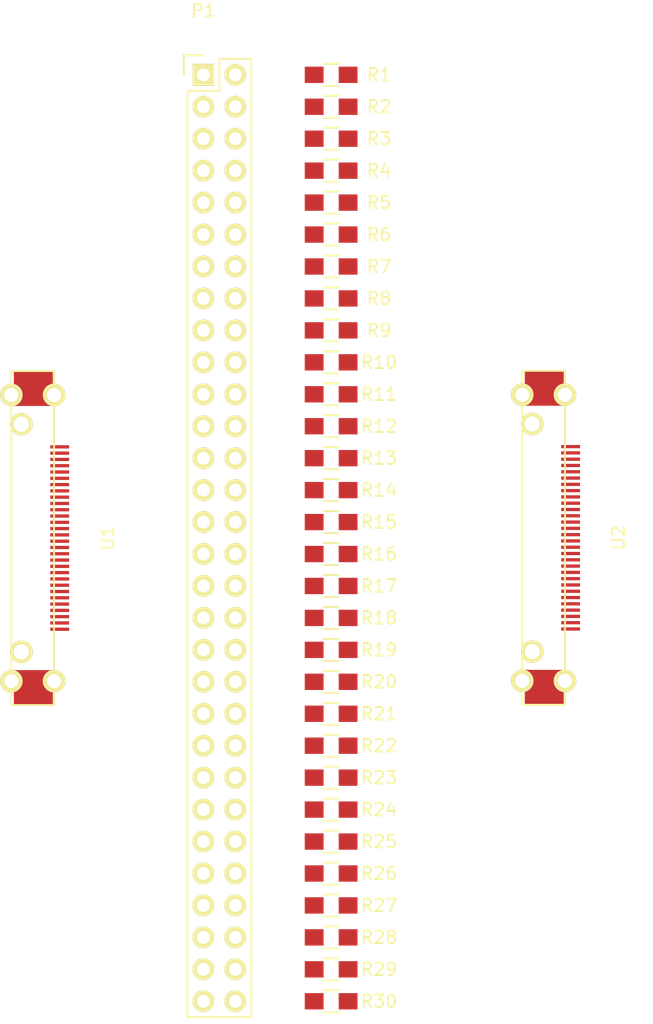
<source format=kicad_pcb>
(kicad_pcb (version 4) (host pcbnew "(2015-03-06 BZR 5484)-product")

  (general
    (links 96)
    (no_connects 96)
    (area 156.286 81.351 210.093048 163.359001)
    (thickness 1.6)
    (drawings 0)
    (tracks 0)
    (zones 0)
    (modules 33)
    (nets 85)
  )

  (page A4)
  (layers
    (0 F.Cu signal)
    (31 B.Cu signal)
    (32 B.Adhes user)
    (33 F.Adhes user)
    (34 B.Paste user)
    (35 F.Paste user)
    (36 B.SilkS user)
    (37 F.SilkS user)
    (38 B.Mask user)
    (39 F.Mask user)
    (40 Dwgs.User user)
    (41 Cmts.User user)
    (42 Eco1.User user)
    (43 Eco2.User user)
    (44 Edge.Cuts user)
    (45 Margin user)
    (46 B.CrtYd user)
    (47 F.CrtYd user)
    (48 B.Fab user)
    (49 F.Fab user)
  )

  (setup
    (last_trace_width 0.254)
    (trace_clearance 0.254)
    (zone_clearance 0.508)
    (zone_45_only no)
    (trace_min 0.254)
    (segment_width 0.2)
    (edge_width 0.1)
    (via_size 0.889)
    (via_drill 0.635)
    (via_min_size 0.889)
    (via_min_drill 0.508)
    (uvia_size 0.508)
    (uvia_drill 0.127)
    (uvias_allowed no)
    (uvia_min_size 0.508)
    (uvia_min_drill 0.127)
    (pcb_text_width 0.3)
    (pcb_text_size 1.5 1.5)
    (mod_edge_width 0.15)
    (mod_text_size 1 1)
    (mod_text_width 0.15)
    (pad_size 0.26 1.5)
    (pad_drill 0)
    (pad_to_mask_clearance 0)
    (aux_axis_origin 0 0)
    (visible_elements FFFFFF7F)
    (pcbplotparams
      (layerselection 0x00030_80000001)
      (usegerberextensions false)
      (excludeedgelayer true)
      (linewidth 0.100000)
      (plotframeref false)
      (viasonmask false)
      (mode 1)
      (useauxorigin false)
      (hpglpennumber 1)
      (hpglpenspeed 20)
      (hpglpendiameter 15)
      (hpglpenoverlay 2)
      (psnegative false)
      (psa4output false)
      (plotreference true)
      (plotvalue true)
      (plotinvisibletext false)
      (padsonsilk false)
      (subtractmaskfromsilk false)
      (outputformat 1)
      (mirror false)
      (drillshape 1)
      (scaleselection 1)
      (outputdirectory ""))
  )

  (net 0 "")
  (net 1 /CAM_GND0)
  (net 2 /GND0)
  (net 3 /CAM_PB_CB_VIDEO_OUT)
  (net 4 /PB_CB_VIDEO_OUT)
  (net 5 /CAM_G_Y_VIDEO_OUT)
  (net 6 /G_Y_VIDEO_OUT)
  (net 7 /CAM_B_PR_CR_VIDEO_OUT)
  (net 8 /B_PR_CR_VIDEO_OUT)
  (net 9 /CAM_USB_POWER)
  (net 10 /USB_POWER)
  (net 11 /CAM_USB_DATA_P)
  (net 12 /USB_DATA_P)
  (net 13 /CAM_USB_DATA_N)
  (net 14 /USB_DATA_N)
  (net 15 /CAM_GND1)
  (net 16 /GND1)
  (net 17 /CAM_R_AUDIO_OUT)
  (net 18 /R_AUDIO_OUT)
  (net 19 /CAM_L_AUDIO_OUT)
  (net 20 /L_AUDIO_OUT)
  (net 21 /CAM_POWER_MODE_BUTTON)
  (net 22 /POWER_MODE_BUTTON)
  (net 23 /CAM_PLAYBACK)
  (net 24 /PLAYBACK)
  (net 25 /CAM_R_AUDIO_IN)
  (net 26 /R_AUDIO_IN)
  (net 27 /CAM_L_AUDIO_IN)
  (net 28 /L_AUDIO_IN)
  (net 29 /CAM_IR_IN)
  (net 30 /IR_IN)
  (net 31 /CAM_TRIGGER)
  (net 32 /TRIGGER)
  (net 33 /CAM_GND2)
  (net 34 /GND2)
  (net 35 /CAM_ID1)
  (net 36 /ID1)
  (net 37 /CAM_ID2)
  (net 38 /ID2)
  (net 39 /CAM_ID3)
  (net 40 /ID3)
  (net 41 /CAM_ID4)
  (net 42 /ID4)
  (net 43 /CAM_POWER_OUT_STANDBY)
  (net 44 /POWER_OUT_STANDBY)
  (net 45 /CAM_POWER_OUT)
  (net 46 /POWER_OUT)
  (net 47 /CAM_BATTERY_IN)
  (net 48 /BATTERY_IN)
  (net 49 /CAM_GND3)
  (net 50 /GND3)
  (net 51 /CAM_I2C_DATA)
  (net 52 /I2C_DATA)
  (net 53 /CAM_I2C_CLOCK)
  (net 54 /I2C_CLOCK)
  (net 55 /CAM_GND4)
  (net 56 /GND4)
  (net 57 /DEV_GND0)
  (net 58 /DEV_PB_CB_VIDEO_OUT)
  (net 59 /DEV_G_Y_VIDEO_OUT)
  (net 60 /DEV_B_PR_CR_VIDEO_OUT)
  (net 61 /DEV_USB_POWER)
  (net 62 /DEV_USB_DATA_P)
  (net 63 /DEV_USB_DATA_N)
  (net 64 /DEV_GND1)
  (net 65 /DEV_R_AUDIO_OUT)
  (net 66 /DEV_L_AUDIO_OUT)
  (net 67 /DEV_POWER_MODE_BUTTON)
  (net 68 /DEV_PLAYBACK)
  (net 69 /DEV_R_AUDIO_IN)
  (net 70 /DEV_L_AUDIO_IN)
  (net 71 /DEV_IR_IN)
  (net 72 /DEV_TRIGGER)
  (net 73 /DEV_GND2)
  (net 74 /DEV_ID1)
  (net 75 /DEV_ID2)
  (net 76 /DEV_ID3)
  (net 77 /DEV_ID4)
  (net 78 /DEV_POWER_OUT_STANDBY)
  (net 79 /DEV_POWER_OUT)
  (net 80 /DEV_BATTERY_IN)
  (net 81 /DEV_GND3)
  (net 82 /DEV_I2C_DATA)
  (net 83 /DEV_I2C_CLOCK)
  (net 84 /DEV_GND4)

  (net_class Default "This is the default net class."
    (clearance 0.254)
    (trace_width 0.254)
    (via_dia 0.889)
    (via_drill 0.635)
    (uvia_dia 0.508)
    (uvia_drill 0.127)
    (add_net /BATTERY_IN)
    (add_net /B_PR_CR_VIDEO_OUT)
    (add_net /CAM_BATTERY_IN)
    (add_net /CAM_B_PR_CR_VIDEO_OUT)
    (add_net /CAM_GND0)
    (add_net /CAM_GND1)
    (add_net /CAM_GND2)
    (add_net /CAM_GND3)
    (add_net /CAM_GND4)
    (add_net /CAM_G_Y_VIDEO_OUT)
    (add_net /CAM_I2C_CLOCK)
    (add_net /CAM_I2C_DATA)
    (add_net /CAM_ID1)
    (add_net /CAM_ID2)
    (add_net /CAM_ID3)
    (add_net /CAM_ID4)
    (add_net /CAM_IR_IN)
    (add_net /CAM_L_AUDIO_IN)
    (add_net /CAM_L_AUDIO_OUT)
    (add_net /CAM_PB_CB_VIDEO_OUT)
    (add_net /CAM_PLAYBACK)
    (add_net /CAM_POWER_MODE_BUTTON)
    (add_net /CAM_POWER_OUT)
    (add_net /CAM_POWER_OUT_STANDBY)
    (add_net /CAM_R_AUDIO_IN)
    (add_net /CAM_R_AUDIO_OUT)
    (add_net /CAM_TRIGGER)
    (add_net /CAM_USB_DATA_N)
    (add_net /CAM_USB_DATA_P)
    (add_net /CAM_USB_POWER)
    (add_net /DEV_BATTERY_IN)
    (add_net /DEV_B_PR_CR_VIDEO_OUT)
    (add_net /DEV_GND0)
    (add_net /DEV_GND1)
    (add_net /DEV_GND2)
    (add_net /DEV_GND3)
    (add_net /DEV_GND4)
    (add_net /DEV_G_Y_VIDEO_OUT)
    (add_net /DEV_I2C_CLOCK)
    (add_net /DEV_I2C_DATA)
    (add_net /DEV_ID1)
    (add_net /DEV_ID2)
    (add_net /DEV_ID3)
    (add_net /DEV_ID4)
    (add_net /DEV_IR_IN)
    (add_net /DEV_L_AUDIO_IN)
    (add_net /DEV_L_AUDIO_OUT)
    (add_net /DEV_PB_CB_VIDEO_OUT)
    (add_net /DEV_PLAYBACK)
    (add_net /DEV_POWER_MODE_BUTTON)
    (add_net /DEV_POWER_OUT)
    (add_net /DEV_POWER_OUT_STANDBY)
    (add_net /DEV_R_AUDIO_IN)
    (add_net /DEV_R_AUDIO_OUT)
    (add_net /DEV_TRIGGER)
    (add_net /DEV_USB_DATA_N)
    (add_net /DEV_USB_DATA_P)
    (add_net /DEV_USB_POWER)
    (add_net /GND0)
    (add_net /GND1)
    (add_net /GND2)
    (add_net /GND3)
    (add_net /GND4)
    (add_net /G_Y_VIDEO_OUT)
    (add_net /I2C_CLOCK)
    (add_net /I2C_DATA)
    (add_net /ID1)
    (add_net /ID2)
    (add_net /ID3)
    (add_net /ID4)
    (add_net /IR_IN)
    (add_net /L_AUDIO_IN)
    (add_net /L_AUDIO_OUT)
    (add_net /PB_CB_VIDEO_OUT)
    (add_net /PLAYBACK)
    (add_net /POWER_MODE_BUTTON)
    (add_net /POWER_OUT)
    (add_net /POWER_OUT_STANDBY)
    (add_net /R_AUDIO_IN)
    (add_net /R_AUDIO_OUT)
    (add_net /TRIGGER)
    (add_net /USB_DATA_N)
    (add_net /USB_DATA_P)
    (add_net /USB_POWER)
  )

  (module Pin_Headers:Pin_Header_Straight_2x30 (layer F.Cu) (tedit 55446938) (tstamp 55446A31)
    (at 138.43 60.96)
    (descr "Through hole pin header")
    (tags "pin header")
    (path /553E40E7)
    (fp_text reference P1 (at 0 -5.1) (layer F.SilkS)
      (effects (font (size 1 1) (thickness 0.15)))
    )
    (fp_text value CONN_02X30 (at 0 -3.1) (layer F.Fab)
      (effects (font (size 1 1) (thickness 0.15)))
    )
    (fp_line (start -1.75 -1.75) (end -1.75 75.45) (layer F.CrtYd) (width 0.05))
    (fp_line (start 4.3 -1.75) (end 4.3 75.45) (layer F.CrtYd) (width 0.05))
    (fp_line (start -1.75 -1.75) (end 4.3 -1.75) (layer F.CrtYd) (width 0.05))
    (fp_line (start -1.75 75.45) (end 4.3 75.45) (layer F.CrtYd) (width 0.05))
    (fp_line (start 3.81 -1.27) (end 3.81 74.93) (layer F.SilkS) (width 0.15))
    (fp_line (start -1.27 74.93) (end -1.27 1.27) (layer F.SilkS) (width 0.15))
    (fp_line (start 3.81 74.93) (end -1.27 74.93) (layer F.SilkS) (width 0.15))
    (fp_line (start 3.81 -1.27) (end 1.27 -1.27) (layer F.SilkS) (width 0.15))
    (fp_line (start 0 -1.55) (end -1.55 -1.55) (layer F.SilkS) (width 0.15))
    (fp_line (start 1.27 -1.27) (end 1.27 1.27) (layer F.SilkS) (width 0.15))
    (fp_line (start 1.27 1.27) (end -1.27 1.27) (layer F.SilkS) (width 0.15))
    (fp_line (start -1.55 -1.55) (end -1.55 0) (layer F.SilkS) (width 0.15))
    (pad 1 thru_hole rect (at 0 0) (size 1.7272 1.7272) (drill 1.016) (layers *.Cu *.Mask F.SilkS)
      (net 1 /CAM_GND0))
    (pad 2 thru_hole oval (at 2.54 0) (size 1.7272 1.7272) (drill 1.016) (layers *.Cu *.Mask F.SilkS)
      (net 2 /GND0))
    (pad 3 thru_hole oval (at 0 2.54) (size 1.7272 1.7272) (drill 1.016) (layers *.Cu *.Mask F.SilkS)
      (net 3 /CAM_PB_CB_VIDEO_OUT))
    (pad 4 thru_hole oval (at 2.54 2.54) (size 1.7272 1.7272) (drill 1.016) (layers *.Cu *.Mask F.SilkS)
      (net 4 /PB_CB_VIDEO_OUT))
    (pad 5 thru_hole oval (at 0 5.08) (size 1.7272 1.7272) (drill 1.016) (layers *.Cu *.Mask F.SilkS)
      (net 5 /CAM_G_Y_VIDEO_OUT))
    (pad 6 thru_hole oval (at 2.54 5.08) (size 1.7272 1.7272) (drill 1.016) (layers *.Cu *.Mask F.SilkS)
      (net 6 /G_Y_VIDEO_OUT))
    (pad 7 thru_hole oval (at 0 7.62) (size 1.7272 1.7272) (drill 1.016) (layers *.Cu *.Mask F.SilkS)
      (net 7 /CAM_B_PR_CR_VIDEO_OUT))
    (pad 8 thru_hole oval (at 2.54 7.62) (size 1.7272 1.7272) (drill 1.016) (layers *.Cu *.Mask F.SilkS)
      (net 8 /B_PR_CR_VIDEO_OUT))
    (pad 9 thru_hole oval (at 0 10.16) (size 1.7272 1.7272) (drill 1.016) (layers *.Cu *.Mask F.SilkS)
      (net 9 /CAM_USB_POWER))
    (pad 10 thru_hole oval (at 2.54 10.16) (size 1.7272 1.7272) (drill 1.016) (layers *.Cu *.Mask F.SilkS)
      (net 10 /USB_POWER))
    (pad 11 thru_hole oval (at 0 12.7) (size 1.7272 1.7272) (drill 1.016) (layers *.Cu *.Mask F.SilkS)
      (net 9 /CAM_USB_POWER))
    (pad 12 thru_hole oval (at 2.54 12.7) (size 1.7272 1.7272) (drill 1.016) (layers *.Cu *.Mask F.SilkS)
      (net 10 /USB_POWER))
    (pad 13 thru_hole oval (at 0 15.24) (size 1.7272 1.7272) (drill 1.016) (layers *.Cu *.Mask F.SilkS)
      (net 11 /CAM_USB_DATA_P))
    (pad 14 thru_hole oval (at 2.54 15.24) (size 1.7272 1.7272) (drill 1.016) (layers *.Cu *.Mask F.SilkS)
      (net 12 /USB_DATA_P))
    (pad 15 thru_hole oval (at 0 17.78) (size 1.7272 1.7272) (drill 1.016) (layers *.Cu *.Mask F.SilkS)
      (net 13 /CAM_USB_DATA_N))
    (pad 16 thru_hole oval (at 2.54 17.78) (size 1.7272 1.7272) (drill 1.016) (layers *.Cu *.Mask F.SilkS)
      (net 14 /USB_DATA_N))
    (pad 17 thru_hole oval (at 0 20.32) (size 1.7272 1.7272) (drill 1.016) (layers *.Cu *.Mask F.SilkS)
      (net 15 /CAM_GND1))
    (pad 18 thru_hole oval (at 2.54 20.32) (size 1.7272 1.7272) (drill 1.016) (layers *.Cu *.Mask F.SilkS)
      (net 16 /GND1))
    (pad 19 thru_hole oval (at 0 22.86) (size 1.7272 1.7272) (drill 1.016) (layers *.Cu *.Mask F.SilkS)
      (net 17 /CAM_R_AUDIO_OUT))
    (pad 20 thru_hole oval (at 2.54 22.86) (size 1.7272 1.7272) (drill 1.016) (layers *.Cu *.Mask F.SilkS)
      (net 18 /R_AUDIO_OUT))
    (pad 21 thru_hole oval (at 0 25.4) (size 1.7272 1.7272) (drill 1.016) (layers *.Cu *.Mask F.SilkS)
      (net 19 /CAM_L_AUDIO_OUT))
    (pad 22 thru_hole oval (at 2.54 25.4) (size 1.7272 1.7272) (drill 1.016) (layers *.Cu *.Mask F.SilkS)
      (net 20 /L_AUDIO_OUT))
    (pad 23 thru_hole oval (at 0 27.94) (size 1.7272 1.7272) (drill 1.016) (layers *.Cu *.Mask F.SilkS)
      (net 21 /CAM_POWER_MODE_BUTTON))
    (pad 24 thru_hole oval (at 2.54 27.94) (size 1.7272 1.7272) (drill 1.016) (layers *.Cu *.Mask F.SilkS)
      (net 22 /POWER_MODE_BUTTON))
    (pad 25 thru_hole oval (at 0 30.48) (size 1.7272 1.7272) (drill 1.016) (layers *.Cu *.Mask F.SilkS)
      (net 23 /CAM_PLAYBACK))
    (pad 26 thru_hole oval (at 2.54 30.48) (size 1.7272 1.7272) (drill 1.016) (layers *.Cu *.Mask F.SilkS)
      (net 24 /PLAYBACK))
    (pad 27 thru_hole oval (at 0 33.02) (size 1.7272 1.7272) (drill 1.016) (layers *.Cu *.Mask F.SilkS)
      (net 25 /CAM_R_AUDIO_IN))
    (pad 28 thru_hole oval (at 2.54 33.02) (size 1.7272 1.7272) (drill 1.016) (layers *.Cu *.Mask F.SilkS)
      (net 26 /R_AUDIO_IN))
    (pad 29 thru_hole oval (at 0 35.56) (size 1.7272 1.7272) (drill 1.016) (layers *.Cu *.Mask F.SilkS)
      (net 27 /CAM_L_AUDIO_IN))
    (pad 30 thru_hole oval (at 2.54 35.56) (size 1.7272 1.7272) (drill 1.016) (layers *.Cu *.Mask F.SilkS)
      (net 28 /L_AUDIO_IN))
    (pad 31 thru_hole oval (at 0 38.1) (size 1.7272 1.7272) (drill 1.016) (layers *.Cu *.Mask F.SilkS)
      (net 29 /CAM_IR_IN))
    (pad 32 thru_hole oval (at 2.54 38.1) (size 1.7272 1.7272) (drill 1.016) (layers *.Cu *.Mask F.SilkS)
      (net 30 /IR_IN))
    (pad 33 thru_hole oval (at 0 40.64) (size 1.7272 1.7272) (drill 1.016) (layers *.Cu *.Mask F.SilkS)
      (net 31 /CAM_TRIGGER))
    (pad 34 thru_hole oval (at 2.54 40.64) (size 1.7272 1.7272) (drill 1.016) (layers *.Cu *.Mask F.SilkS)
      (net 32 /TRIGGER))
    (pad 35 thru_hole oval (at 0 43.18) (size 1.7272 1.7272) (drill 1.016) (layers *.Cu *.Mask F.SilkS)
      (net 33 /CAM_GND2))
    (pad 36 thru_hole oval (at 2.54 43.18) (size 1.7272 1.7272) (drill 1.016) (layers *.Cu *.Mask F.SilkS)
      (net 34 /GND2))
    (pad 37 thru_hole oval (at 0 45.72) (size 1.7272 1.7272) (drill 1.016) (layers *.Cu *.Mask F.SilkS)
      (net 35 /CAM_ID1))
    (pad 38 thru_hole oval (at 2.54 45.72) (size 1.7272 1.7272) (drill 1.016) (layers *.Cu *.Mask F.SilkS)
      (net 36 /ID1))
    (pad 39 thru_hole oval (at 0 48.26) (size 1.7272 1.7272) (drill 1.016) (layers *.Cu *.Mask F.SilkS)
      (net 37 /CAM_ID2))
    (pad 40 thru_hole oval (at 2.54 48.26) (size 1.7272 1.7272) (drill 1.016) (layers *.Cu *.Mask F.SilkS)
      (net 38 /ID2))
    (pad 41 thru_hole oval (at 0 50.8) (size 1.7272 1.7272) (drill 1.016) (layers *.Cu *.Mask F.SilkS)
      (net 39 /CAM_ID3))
    (pad 42 thru_hole oval (at 2.54 50.8) (size 1.7272 1.7272) (drill 1.016) (layers *.Cu *.Mask F.SilkS)
      (net 40 /ID3))
    (pad 43 thru_hole oval (at 0 53.34) (size 1.7272 1.7272) (drill 1.016) (layers *.Cu *.Mask F.SilkS)
      (net 41 /CAM_ID4))
    (pad 44 thru_hole oval (at 2.54 53.34) (size 1.7272 1.7272) (drill 1.016) (layers *.Cu *.Mask F.SilkS)
      (net 42 /ID4))
    (pad 45 thru_hole oval (at 0 55.88) (size 1.7272 1.7272) (drill 1.016) (layers *.Cu *.Mask F.SilkS)
      (net 43 /CAM_POWER_OUT_STANDBY))
    (pad 46 thru_hole oval (at 2.54 55.88) (size 1.7272 1.7272) (drill 1.016) (layers *.Cu *.Mask F.SilkS)
      (net 44 /POWER_OUT_STANDBY))
    (pad 47 thru_hole oval (at 0 58.42) (size 1.7272 1.7272) (drill 1.016) (layers *.Cu *.Mask F.SilkS)
      (net 45 /CAM_POWER_OUT))
    (pad 48 thru_hole oval (at 2.54 58.42) (size 1.7272 1.7272) (drill 1.016) (layers *.Cu *.Mask F.SilkS)
      (net 46 /POWER_OUT))
    (pad 49 thru_hole oval (at 0 60.96) (size 1.7272 1.7272) (drill 1.016) (layers *.Cu *.Mask F.SilkS)
      (net 47 /CAM_BATTERY_IN))
    (pad 50 thru_hole oval (at 2.54 60.96) (size 1.7272 1.7272) (drill 1.016) (layers *.Cu *.Mask F.SilkS)
      (net 48 /BATTERY_IN))
    (pad 51 thru_hole oval (at 0 63.5) (size 1.7272 1.7272) (drill 1.016) (layers *.Cu *.Mask F.SilkS)
      (net 47 /CAM_BATTERY_IN))
    (pad 52 thru_hole oval (at 2.54 63.5) (size 1.7272 1.7272) (drill 1.016) (layers *.Cu *.Mask F.SilkS)
      (net 48 /BATTERY_IN))
    (pad 53 thru_hole oval (at 0 66.04) (size 1.7272 1.7272) (drill 1.016) (layers *.Cu *.Mask F.SilkS)
      (net 49 /CAM_GND3))
    (pad 54 thru_hole oval (at 2.54 66.04) (size 1.7272 1.7272) (drill 1.016) (layers *.Cu *.Mask F.SilkS)
      (net 50 /GND3))
    (pad 55 thru_hole oval (at 0 68.58) (size 1.7272 1.7272) (drill 1.016) (layers *.Cu *.Mask F.SilkS)
      (net 51 /CAM_I2C_DATA))
    (pad 56 thru_hole oval (at 2.54 68.58) (size 1.7272 1.7272) (drill 1.016) (layers *.Cu *.Mask F.SilkS)
      (net 52 /I2C_DATA))
    (pad 57 thru_hole oval (at 0 71.12) (size 1.7272 1.7272) (drill 1.016) (layers *.Cu *.Mask F.SilkS)
      (net 53 /CAM_I2C_CLOCK))
    (pad 58 thru_hole oval (at 2.54 71.12) (size 1.7272 1.7272) (drill 1.016) (layers *.Cu *.Mask F.SilkS)
      (net 54 /I2C_CLOCK))
    (pad 59 thru_hole oval (at 0 73.66) (size 1.7272 1.7272) (drill 1.016) (layers *.Cu *.Mask F.SilkS)
      (net 55 /CAM_GND4))
    (pad 60 thru_hole oval (at 2.54 73.66) (size 1.7272 1.7272) (drill 1.016) (layers *.Cu *.Mask F.SilkS)
      (net 56 /GND4))
    (model Pin_Headers.3dshapes/Pin_Header_Straight_2x30.wrl
      (at (xyz 0.05 -1.45 0))
      (scale (xyz 1 1 1))
      (rotate (xyz 0 0 90))
    )
  )

  (module Resistors_SMD:R_0805_HandSoldering (layer F.Cu) (tedit 55446A10) (tstamp 55446A37)
    (at 148.59 60.96 180)
    (descr "Resistor SMD 0805, hand soldering")
    (tags "resistor 0805")
    (path /554472B5)
    (attr smd)
    (fp_text reference R1 (at -3.81 0 180) (layer F.SilkS)
      (effects (font (size 1 1) (thickness 0.15)))
    )
    (fp_text value 0 (at 0 2.1 180) (layer F.Fab) hide
      (effects (font (size 1 1) (thickness 0.15)))
    )
    (fp_line (start -2.4 -1) (end 2.4 -1) (layer F.CrtYd) (width 0.05))
    (fp_line (start -2.4 1) (end 2.4 1) (layer F.CrtYd) (width 0.05))
    (fp_line (start -2.4 -1) (end -2.4 1) (layer F.CrtYd) (width 0.05))
    (fp_line (start 2.4 -1) (end 2.4 1) (layer F.CrtYd) (width 0.05))
    (fp_line (start 0.6 0.875) (end -0.6 0.875) (layer F.SilkS) (width 0.15))
    (fp_line (start -0.6 -0.875) (end 0.6 -0.875) (layer F.SilkS) (width 0.15))
    (pad 1 smd rect (at -1.35 0 180) (size 1.5 1.3) (layers F.Cu F.Paste F.Mask)
      (net 57 /DEV_GND0))
    (pad 2 smd rect (at 1.35 0 180) (size 1.5 1.3) (layers F.Cu F.Paste F.Mask)
      (net 2 /GND0))
    (model Resistors_SMD.3dshapes/R_0805_HandSoldering.wrl
      (at (xyz 0 0 0))
      (scale (xyz 1 1 1))
      (rotate (xyz 0 0 0))
    )
  )

  (module Resistors_SMD:R_0805_HandSoldering (layer F.Cu) (tedit 55446A19) (tstamp 55446A3D)
    (at 148.59 63.5 180)
    (descr "Resistor SMD 0805, hand soldering")
    (tags "resistor 0805")
    (path /554471E4)
    (attr smd)
    (fp_text reference R2 (at -3.81 0 180) (layer F.SilkS)
      (effects (font (size 1 1) (thickness 0.15)))
    )
    (fp_text value 0 (at 0 2.1 180) (layer F.Fab) hide
      (effects (font (size 1 1) (thickness 0.15)))
    )
    (fp_line (start -2.4 -1) (end 2.4 -1) (layer F.CrtYd) (width 0.05))
    (fp_line (start -2.4 1) (end 2.4 1) (layer F.CrtYd) (width 0.05))
    (fp_line (start -2.4 -1) (end -2.4 1) (layer F.CrtYd) (width 0.05))
    (fp_line (start 2.4 -1) (end 2.4 1) (layer F.CrtYd) (width 0.05))
    (fp_line (start 0.6 0.875) (end -0.6 0.875) (layer F.SilkS) (width 0.15))
    (fp_line (start -0.6 -0.875) (end 0.6 -0.875) (layer F.SilkS) (width 0.15))
    (pad 1 smd rect (at -1.35 0 180) (size 1.5 1.3) (layers F.Cu F.Paste F.Mask)
      (net 58 /DEV_PB_CB_VIDEO_OUT))
    (pad 2 smd rect (at 1.35 0 180) (size 1.5 1.3) (layers F.Cu F.Paste F.Mask)
      (net 4 /PB_CB_VIDEO_OUT))
    (model Resistors_SMD.3dshapes/R_0805_HandSoldering.wrl
      (at (xyz 0 0 0))
      (scale (xyz 1 1 1))
      (rotate (xyz 0 0 0))
    )
  )

  (module Resistors_SMD:R_0805_HandSoldering (layer F.Cu) (tedit 55446A3B) (tstamp 55446A43)
    (at 148.59 66.04 180)
    (descr "Resistor SMD 0805, hand soldering")
    (tags "resistor 0805")
    (path /554473B8)
    (attr smd)
    (fp_text reference R3 (at -3.81 0 180) (layer F.SilkS)
      (effects (font (size 1 1) (thickness 0.15)))
    )
    (fp_text value 0 (at 0 2.1 180) (layer F.Fab) hide
      (effects (font (size 1 1) (thickness 0.15)))
    )
    (fp_line (start -2.4 -1) (end 2.4 -1) (layer F.CrtYd) (width 0.05))
    (fp_line (start -2.4 1) (end 2.4 1) (layer F.CrtYd) (width 0.05))
    (fp_line (start -2.4 -1) (end -2.4 1) (layer F.CrtYd) (width 0.05))
    (fp_line (start 2.4 -1) (end 2.4 1) (layer F.CrtYd) (width 0.05))
    (fp_line (start 0.6 0.875) (end -0.6 0.875) (layer F.SilkS) (width 0.15))
    (fp_line (start -0.6 -0.875) (end 0.6 -0.875) (layer F.SilkS) (width 0.15))
    (pad 1 smd rect (at -1.35 0 180) (size 1.5 1.3) (layers F.Cu F.Paste F.Mask)
      (net 59 /DEV_G_Y_VIDEO_OUT))
    (pad 2 smd rect (at 1.35 0 180) (size 1.5 1.3) (layers F.Cu F.Paste F.Mask)
      (net 6 /G_Y_VIDEO_OUT))
    (model Resistors_SMD.3dshapes/R_0805_HandSoldering.wrl
      (at (xyz 0 0 0))
      (scale (xyz 1 1 1))
      (rotate (xyz 0 0 0))
    )
  )

  (module Resistors_SMD:R_0805_HandSoldering (layer F.Cu) (tedit 55446A48) (tstamp 55446A49)
    (at 148.59 68.58 180)
    (descr "Resistor SMD 0805, hand soldering")
    (tags "resistor 0805")
    (path /554473B2)
    (attr smd)
    (fp_text reference R4 (at -3.81 0 180) (layer F.SilkS)
      (effects (font (size 1 1) (thickness 0.15)))
    )
    (fp_text value 0 (at 0 2.1 180) (layer F.Fab) hide
      (effects (font (size 1 1) (thickness 0.15)))
    )
    (fp_line (start -2.4 -1) (end 2.4 -1) (layer F.CrtYd) (width 0.05))
    (fp_line (start -2.4 1) (end 2.4 1) (layer F.CrtYd) (width 0.05))
    (fp_line (start -2.4 -1) (end -2.4 1) (layer F.CrtYd) (width 0.05))
    (fp_line (start 2.4 -1) (end 2.4 1) (layer F.CrtYd) (width 0.05))
    (fp_line (start 0.6 0.875) (end -0.6 0.875) (layer F.SilkS) (width 0.15))
    (fp_line (start -0.6 -0.875) (end 0.6 -0.875) (layer F.SilkS) (width 0.15))
    (pad 1 smd rect (at -1.35 0 180) (size 1.5 1.3) (layers F.Cu F.Paste F.Mask)
      (net 60 /DEV_B_PR_CR_VIDEO_OUT))
    (pad 2 smd rect (at 1.35 0 180) (size 1.5 1.3) (layers F.Cu F.Paste F.Mask)
      (net 8 /B_PR_CR_VIDEO_OUT))
    (model Resistors_SMD.3dshapes/R_0805_HandSoldering.wrl
      (at (xyz 0 0 0))
      (scale (xyz 1 1 1))
      (rotate (xyz 0 0 0))
    )
  )

  (module Resistors_SMD:R_0805_HandSoldering (layer F.Cu) (tedit 55446AB3) (tstamp 55446A4F)
    (at 148.59 71.12 180)
    (descr "Resistor SMD 0805, hand soldering")
    (tags "resistor 0805")
    (path /55447535)
    (attr smd)
    (fp_text reference R5 (at -3.81 0 180) (layer F.SilkS)
      (effects (font (size 1 1) (thickness 0.15)))
    )
    (fp_text value 0 (at 3.81 -2.54 180) (layer F.Fab) hide
      (effects (font (size 1 1) (thickness 0.15)))
    )
    (fp_line (start -2.4 -1) (end 2.4 -1) (layer F.CrtYd) (width 0.05))
    (fp_line (start -2.4 1) (end 2.4 1) (layer F.CrtYd) (width 0.05))
    (fp_line (start -2.4 -1) (end -2.4 1) (layer F.CrtYd) (width 0.05))
    (fp_line (start 2.4 -1) (end 2.4 1) (layer F.CrtYd) (width 0.05))
    (fp_line (start 0.6 0.875) (end -0.6 0.875) (layer F.SilkS) (width 0.15))
    (fp_line (start -0.6 -0.875) (end 0.6 -0.875) (layer F.SilkS) (width 0.15))
    (pad 1 smd rect (at -1.35 0 180) (size 1.5 1.3) (layers F.Cu F.Paste F.Mask)
      (net 61 /DEV_USB_POWER))
    (pad 2 smd rect (at 1.35 0 180) (size 1.5 1.3) (layers F.Cu F.Paste F.Mask)
      (net 10 /USB_POWER))
    (model Resistors_SMD.3dshapes/R_0805_HandSoldering.wrl
      (at (xyz 0 0 0))
      (scale (xyz 1 1 1))
      (rotate (xyz 0 0 0))
    )
  )

  (module Resistors_SMD:R_0805_HandSoldering (layer F.Cu) (tedit 55446AAF) (tstamp 55446A55)
    (at 148.59 73.66 180)
    (descr "Resistor SMD 0805, hand soldering")
    (tags "resistor 0805")
    (path /5544752F)
    (attr smd)
    (fp_text reference R6 (at -3.81 0 180) (layer F.SilkS)
      (effects (font (size 1 1) (thickness 0.15)))
    )
    (fp_text value 0 (at 3.81 2.54 180) (layer F.Fab) hide
      (effects (font (size 1 1) (thickness 0.15)))
    )
    (fp_line (start -2.4 -1) (end 2.4 -1) (layer F.CrtYd) (width 0.05))
    (fp_line (start -2.4 1) (end 2.4 1) (layer F.CrtYd) (width 0.05))
    (fp_line (start -2.4 -1) (end -2.4 1) (layer F.CrtYd) (width 0.05))
    (fp_line (start 2.4 -1) (end 2.4 1) (layer F.CrtYd) (width 0.05))
    (fp_line (start 0.6 0.875) (end -0.6 0.875) (layer F.SilkS) (width 0.15))
    (fp_line (start -0.6 -0.875) (end 0.6 -0.875) (layer F.SilkS) (width 0.15))
    (pad 1 smd rect (at -1.35 0 180) (size 1.5 1.3) (layers F.Cu F.Paste F.Mask)
      (net 61 /DEV_USB_POWER))
    (pad 2 smd rect (at 1.35 0 180) (size 1.5 1.3) (layers F.Cu F.Paste F.Mask)
      (net 10 /USB_POWER))
    (model Resistors_SMD.3dshapes/R_0805_HandSoldering.wrl
      (at (xyz 0 0 0))
      (scale (xyz 1 1 1))
      (rotate (xyz 0 0 0))
    )
  )

  (module Resistors_SMD:R_0805_HandSoldering (layer F.Cu) (tedit 55446AB5) (tstamp 55446A5B)
    (at 148.59 76.2 180)
    (descr "Resistor SMD 0805, hand soldering")
    (tags "resistor 0805")
    (path /55447541)
    (attr smd)
    (fp_text reference R7 (at -3.81 0 180) (layer F.SilkS)
      (effects (font (size 1 1) (thickness 0.15)))
    )
    (fp_text value 0 (at 3.81 0 180) (layer F.Fab) hide
      (effects (font (size 1 1) (thickness 0.15)))
    )
    (fp_line (start -2.4 -1) (end 2.4 -1) (layer F.CrtYd) (width 0.05))
    (fp_line (start -2.4 1) (end 2.4 1) (layer F.CrtYd) (width 0.05))
    (fp_line (start -2.4 -1) (end -2.4 1) (layer F.CrtYd) (width 0.05))
    (fp_line (start 2.4 -1) (end 2.4 1) (layer F.CrtYd) (width 0.05))
    (fp_line (start 0.6 0.875) (end -0.6 0.875) (layer F.SilkS) (width 0.15))
    (fp_line (start -0.6 -0.875) (end 0.6 -0.875) (layer F.SilkS) (width 0.15))
    (pad 1 smd rect (at -1.35 0 180) (size 1.5 1.3) (layers F.Cu F.Paste F.Mask)
      (net 62 /DEV_USB_DATA_P))
    (pad 2 smd rect (at 1.35 0 180) (size 1.5 1.3) (layers F.Cu F.Paste F.Mask)
      (net 12 /USB_DATA_P))
    (model Resistors_SMD.3dshapes/R_0805_HandSoldering.wrl
      (at (xyz 0 0 0))
      (scale (xyz 1 1 1))
      (rotate (xyz 0 0 0))
    )
  )

  (module Resistors_SMD:R_0805_HandSoldering (layer F.Cu) (tedit 55446AB7) (tstamp 55446A61)
    (at 148.59 78.74 180)
    (descr "Resistor SMD 0805, hand soldering")
    (tags "resistor 0805")
    (path /5544753B)
    (attr smd)
    (fp_text reference R8 (at -3.81 0 180) (layer F.SilkS)
      (effects (font (size 1 1) (thickness 0.15)))
    )
    (fp_text value 0 (at 3.81 0 180) (layer F.Fab) hide
      (effects (font (size 1 1) (thickness 0.15)))
    )
    (fp_line (start -2.4 -1) (end 2.4 -1) (layer F.CrtYd) (width 0.05))
    (fp_line (start -2.4 1) (end 2.4 1) (layer F.CrtYd) (width 0.05))
    (fp_line (start -2.4 -1) (end -2.4 1) (layer F.CrtYd) (width 0.05))
    (fp_line (start 2.4 -1) (end 2.4 1) (layer F.CrtYd) (width 0.05))
    (fp_line (start 0.6 0.875) (end -0.6 0.875) (layer F.SilkS) (width 0.15))
    (fp_line (start -0.6 -0.875) (end 0.6 -0.875) (layer F.SilkS) (width 0.15))
    (pad 1 smd rect (at -1.35 0 180) (size 1.5 1.3) (layers F.Cu F.Paste F.Mask)
      (net 63 /DEV_USB_DATA_N))
    (pad 2 smd rect (at 1.35 0 180) (size 1.5 1.3) (layers F.Cu F.Paste F.Mask)
      (net 14 /USB_DATA_N))
    (model Resistors_SMD.3dshapes/R_0805_HandSoldering.wrl
      (at (xyz 0 0 0))
      (scale (xyz 1 1 1))
      (rotate (xyz 0 0 0))
    )
  )

  (module Resistors_SMD:R_0805_HandSoldering (layer F.Cu) (tedit 55446ABA) (tstamp 55446A67)
    (at 148.59 81.28 180)
    (descr "Resistor SMD 0805, hand soldering")
    (tags "resistor 0805")
    (path /5544788B)
    (attr smd)
    (fp_text reference R9 (at -3.81 0 180) (layer F.SilkS)
      (effects (font (size 1 1) (thickness 0.15)))
    )
    (fp_text value 0 (at 0 2.1 180) (layer F.Fab) hide
      (effects (font (size 1 1) (thickness 0.15)))
    )
    (fp_line (start -2.4 -1) (end 2.4 -1) (layer F.CrtYd) (width 0.05))
    (fp_line (start -2.4 1) (end 2.4 1) (layer F.CrtYd) (width 0.05))
    (fp_line (start -2.4 -1) (end -2.4 1) (layer F.CrtYd) (width 0.05))
    (fp_line (start 2.4 -1) (end 2.4 1) (layer F.CrtYd) (width 0.05))
    (fp_line (start 0.6 0.875) (end -0.6 0.875) (layer F.SilkS) (width 0.15))
    (fp_line (start -0.6 -0.875) (end 0.6 -0.875) (layer F.SilkS) (width 0.15))
    (pad 1 smd rect (at -1.35 0 180) (size 1.5 1.3) (layers F.Cu F.Paste F.Mask)
      (net 64 /DEV_GND1))
    (pad 2 smd rect (at 1.35 0 180) (size 1.5 1.3) (layers F.Cu F.Paste F.Mask)
      (net 16 /GND1))
    (model Resistors_SMD.3dshapes/R_0805_HandSoldering.wrl
      (at (xyz 0 0 0))
      (scale (xyz 1 1 1))
      (rotate (xyz 0 0 0))
    )
  )

  (module Resistors_SMD:R_0805_HandSoldering (layer F.Cu) (tedit 55446B2E) (tstamp 55446A6D)
    (at 148.59 83.82 180)
    (descr "Resistor SMD 0805, hand soldering")
    (tags "resistor 0805")
    (path /55447885)
    (attr smd)
    (fp_text reference R10 (at -3.81 0 180) (layer F.SilkS)
      (effects (font (size 1 1) (thickness 0.15)))
    )
    (fp_text value 0 (at 0 2.1 180) (layer F.Fab) hide
      (effects (font (size 1 1) (thickness 0.15)))
    )
    (fp_line (start -2.4 -1) (end 2.4 -1) (layer F.CrtYd) (width 0.05))
    (fp_line (start -2.4 1) (end 2.4 1) (layer F.CrtYd) (width 0.05))
    (fp_line (start -2.4 -1) (end -2.4 1) (layer F.CrtYd) (width 0.05))
    (fp_line (start 2.4 -1) (end 2.4 1) (layer F.CrtYd) (width 0.05))
    (fp_line (start 0.6 0.875) (end -0.6 0.875) (layer F.SilkS) (width 0.15))
    (fp_line (start -0.6 -0.875) (end 0.6 -0.875) (layer F.SilkS) (width 0.15))
    (pad 1 smd rect (at -1.35 0 180) (size 1.5 1.3) (layers F.Cu F.Paste F.Mask)
      (net 65 /DEV_R_AUDIO_OUT))
    (pad 2 smd rect (at 1.35 0 180) (size 1.5 1.3) (layers F.Cu F.Paste F.Mask)
      (net 18 /R_AUDIO_OUT))
    (model Resistors_SMD.3dshapes/R_0805_HandSoldering.wrl
      (at (xyz 0 0 0))
      (scale (xyz 1 1 1))
      (rotate (xyz 0 0 0))
    )
  )

  (module Resistors_SMD:R_0805_HandSoldering (layer F.Cu) (tedit 55446B15) (tstamp 55446A73)
    (at 148.59 86.36 180)
    (descr "Resistor SMD 0805, hand soldering")
    (tags "resistor 0805")
    (path /55447897)
    (attr smd)
    (fp_text reference R11 (at -3.81 0 180) (layer F.SilkS)
      (effects (font (size 1 1) (thickness 0.15)))
    )
    (fp_text value 0 (at 0 2.1 180) (layer F.Fab) hide
      (effects (font (size 1 1) (thickness 0.15)))
    )
    (fp_line (start -2.4 -1) (end 2.4 -1) (layer F.CrtYd) (width 0.05))
    (fp_line (start -2.4 1) (end 2.4 1) (layer F.CrtYd) (width 0.05))
    (fp_line (start -2.4 -1) (end -2.4 1) (layer F.CrtYd) (width 0.05))
    (fp_line (start 2.4 -1) (end 2.4 1) (layer F.CrtYd) (width 0.05))
    (fp_line (start 0.6 0.875) (end -0.6 0.875) (layer F.SilkS) (width 0.15))
    (fp_line (start -0.6 -0.875) (end 0.6 -0.875) (layer F.SilkS) (width 0.15))
    (pad 1 smd rect (at -1.35 0 180) (size 1.5 1.3) (layers F.Cu F.Paste F.Mask)
      (net 66 /DEV_L_AUDIO_OUT))
    (pad 2 smd rect (at 1.35 0 180) (size 1.5 1.3) (layers F.Cu F.Paste F.Mask)
      (net 20 /L_AUDIO_OUT))
    (model Resistors_SMD.3dshapes/R_0805_HandSoldering.wrl
      (at (xyz 0 0 0))
      (scale (xyz 1 1 1))
      (rotate (xyz 0 0 0))
    )
  )

  (module Resistors_SMD:R_0805_HandSoldering (layer F.Cu) (tedit 55446B11) (tstamp 55446A79)
    (at 148.59 88.9 180)
    (descr "Resistor SMD 0805, hand soldering")
    (tags "resistor 0805")
    (path /55447891)
    (attr smd)
    (fp_text reference R12 (at -3.81 0 180) (layer F.SilkS)
      (effects (font (size 1 1) (thickness 0.15)))
    )
    (fp_text value 0 (at 0 2.1 180) (layer F.Fab) hide
      (effects (font (size 1 1) (thickness 0.15)))
    )
    (fp_line (start -2.4 -1) (end 2.4 -1) (layer F.CrtYd) (width 0.05))
    (fp_line (start -2.4 1) (end 2.4 1) (layer F.CrtYd) (width 0.05))
    (fp_line (start -2.4 -1) (end -2.4 1) (layer F.CrtYd) (width 0.05))
    (fp_line (start 2.4 -1) (end 2.4 1) (layer F.CrtYd) (width 0.05))
    (fp_line (start 0.6 0.875) (end -0.6 0.875) (layer F.SilkS) (width 0.15))
    (fp_line (start -0.6 -0.875) (end 0.6 -0.875) (layer F.SilkS) (width 0.15))
    (pad 1 smd rect (at -1.35 0 180) (size 1.5 1.3) (layers F.Cu F.Paste F.Mask)
      (net 67 /DEV_POWER_MODE_BUTTON))
    (pad 2 smd rect (at 1.35 0 180) (size 1.5 1.3) (layers F.Cu F.Paste F.Mask)
      (net 22 /POWER_MODE_BUTTON))
    (model Resistors_SMD.3dshapes/R_0805_HandSoldering.wrl
      (at (xyz 0 0 0))
      (scale (xyz 1 1 1))
      (rotate (xyz 0 0 0))
    )
  )

  (module Resistors_SMD:R_0805_HandSoldering (layer F.Cu) (tedit 55446B4D) (tstamp 55446A7F)
    (at 148.59 91.44 180)
    (descr "Resistor SMD 0805, hand soldering")
    (tags "resistor 0805")
    (path /554478A3)
    (attr smd)
    (fp_text reference R13 (at -3.81 0 180) (layer F.SilkS)
      (effects (font (size 1 1) (thickness 0.15)))
    )
    (fp_text value 0 (at 5.08 2.1 180) (layer F.Fab) hide
      (effects (font (size 1 1) (thickness 0.15)))
    )
    (fp_line (start -2.4 -1) (end 2.4 -1) (layer F.CrtYd) (width 0.05))
    (fp_line (start -2.4 1) (end 2.4 1) (layer F.CrtYd) (width 0.05))
    (fp_line (start -2.4 -1) (end -2.4 1) (layer F.CrtYd) (width 0.05))
    (fp_line (start 2.4 -1) (end 2.4 1) (layer F.CrtYd) (width 0.05))
    (fp_line (start 0.6 0.875) (end -0.6 0.875) (layer F.SilkS) (width 0.15))
    (fp_line (start -0.6 -0.875) (end 0.6 -0.875) (layer F.SilkS) (width 0.15))
    (pad 1 smd rect (at -1.35 0 180) (size 1.5 1.3) (layers F.Cu F.Paste F.Mask)
      (net 68 /DEV_PLAYBACK))
    (pad 2 smd rect (at 1.35 0 180) (size 1.5 1.3) (layers F.Cu F.Paste F.Mask)
      (net 24 /PLAYBACK))
    (model Resistors_SMD.3dshapes/R_0805_HandSoldering.wrl
      (at (xyz 0 0 0))
      (scale (xyz 1 1 1))
      (rotate (xyz 0 0 0))
    )
  )

  (module Resistors_SMD:R_0805_HandSoldering (layer F.Cu) (tedit 55446B4F) (tstamp 55446A85)
    (at 148.59 93.98 180)
    (descr "Resistor SMD 0805, hand soldering")
    (tags "resistor 0805")
    (path /5544789D)
    (attr smd)
    (fp_text reference R14 (at -3.81 0 180) (layer F.SilkS)
      (effects (font (size 1 1) (thickness 0.15)))
    )
    (fp_text value 0 (at 0 2.1 180) (layer F.Fab) hide
      (effects (font (size 1 1) (thickness 0.15)))
    )
    (fp_line (start -2.4 -1) (end 2.4 -1) (layer F.CrtYd) (width 0.05))
    (fp_line (start -2.4 1) (end 2.4 1) (layer F.CrtYd) (width 0.05))
    (fp_line (start -2.4 -1) (end -2.4 1) (layer F.CrtYd) (width 0.05))
    (fp_line (start 2.4 -1) (end 2.4 1) (layer F.CrtYd) (width 0.05))
    (fp_line (start 0.6 0.875) (end -0.6 0.875) (layer F.SilkS) (width 0.15))
    (fp_line (start -0.6 -0.875) (end 0.6 -0.875) (layer F.SilkS) (width 0.15))
    (pad 1 smd rect (at -1.35 0 180) (size 1.5 1.3) (layers F.Cu F.Paste F.Mask)
      (net 69 /DEV_R_AUDIO_IN))
    (pad 2 smd rect (at 1.35 0 180) (size 1.5 1.3) (layers F.Cu F.Paste F.Mask)
      (net 26 /R_AUDIO_IN))
    (model Resistors_SMD.3dshapes/R_0805_HandSoldering.wrl
      (at (xyz 0 0 0))
      (scale (xyz 1 1 1))
      (rotate (xyz 0 0 0))
    )
  )

  (module Resistors_SMD:R_0805_HandSoldering (layer F.Cu) (tedit 55446B51) (tstamp 55446A8B)
    (at 148.59 96.52 180)
    (descr "Resistor SMD 0805, hand soldering")
    (tags "resistor 0805")
    (path /554478AF)
    (attr smd)
    (fp_text reference R15 (at -3.81 0 180) (layer F.SilkS)
      (effects (font (size 1 1) (thickness 0.15)))
    )
    (fp_text value 0 (at 0 2.1 180) (layer F.Fab) hide
      (effects (font (size 1 1) (thickness 0.15)))
    )
    (fp_line (start -2.4 -1) (end 2.4 -1) (layer F.CrtYd) (width 0.05))
    (fp_line (start -2.4 1) (end 2.4 1) (layer F.CrtYd) (width 0.05))
    (fp_line (start -2.4 -1) (end -2.4 1) (layer F.CrtYd) (width 0.05))
    (fp_line (start 2.4 -1) (end 2.4 1) (layer F.CrtYd) (width 0.05))
    (fp_line (start 0.6 0.875) (end -0.6 0.875) (layer F.SilkS) (width 0.15))
    (fp_line (start -0.6 -0.875) (end 0.6 -0.875) (layer F.SilkS) (width 0.15))
    (pad 1 smd rect (at -1.35 0 180) (size 1.5 1.3) (layers F.Cu F.Paste F.Mask)
      (net 70 /DEV_L_AUDIO_IN))
    (pad 2 smd rect (at 1.35 0 180) (size 1.5 1.3) (layers F.Cu F.Paste F.Mask)
      (net 28 /L_AUDIO_IN))
    (model Resistors_SMD.3dshapes/R_0805_HandSoldering.wrl
      (at (xyz 0 0 0))
      (scale (xyz 1 1 1))
      (rotate (xyz 0 0 0))
    )
  )

  (module Resistors_SMD:R_0805_HandSoldering (layer F.Cu) (tedit 55446B5C) (tstamp 55446A91)
    (at 148.59 99.06 180)
    (descr "Resistor SMD 0805, hand soldering")
    (tags "resistor 0805")
    (path /55447DE9)
    (attr smd)
    (fp_text reference R16 (at -3.81 0 180) (layer F.SilkS)
      (effects (font (size 1 1) (thickness 0.15)))
    )
    (fp_text value R (at 0 2.1 180) (layer F.Fab) hide
      (effects (font (size 1 1) (thickness 0.15)))
    )
    (fp_line (start -2.4 -1) (end 2.4 -1) (layer F.CrtYd) (width 0.05))
    (fp_line (start -2.4 1) (end 2.4 1) (layer F.CrtYd) (width 0.05))
    (fp_line (start -2.4 -1) (end -2.4 1) (layer F.CrtYd) (width 0.05))
    (fp_line (start 2.4 -1) (end 2.4 1) (layer F.CrtYd) (width 0.05))
    (fp_line (start 0.6 0.875) (end -0.6 0.875) (layer F.SilkS) (width 0.15))
    (fp_line (start -0.6 -0.875) (end 0.6 -0.875) (layer F.SilkS) (width 0.15))
    (pad 1 smd rect (at -1.35 0 180) (size 1.5 1.3) (layers F.Cu F.Paste F.Mask)
      (net 71 /DEV_IR_IN))
    (pad 2 smd rect (at 1.35 0 180) (size 1.5 1.3) (layers F.Cu F.Paste F.Mask)
      (net 30 /IR_IN))
    (model Resistors_SMD.3dshapes/R_0805_HandSoldering.wrl
      (at (xyz 0 0 0))
      (scale (xyz 1 1 1))
      (rotate (xyz 0 0 0))
    )
  )

  (module Resistors_SMD:R_0805_HandSoldering (layer F.Cu) (tedit 55446B5E) (tstamp 55446A97)
    (at 148.59 101.6 180)
    (descr "Resistor SMD 0805, hand soldering")
    (tags "resistor 0805")
    (path /55447F6F)
    (attr smd)
    (fp_text reference R17 (at -3.81 0 180) (layer F.SilkS)
      (effects (font (size 1 1) (thickness 0.15)))
    )
    (fp_text value R (at 0 2.1 180) (layer F.Fab) hide
      (effects (font (size 1 1) (thickness 0.15)))
    )
    (fp_line (start -2.4 -1) (end 2.4 -1) (layer F.CrtYd) (width 0.05))
    (fp_line (start -2.4 1) (end 2.4 1) (layer F.CrtYd) (width 0.05))
    (fp_line (start -2.4 -1) (end -2.4 1) (layer F.CrtYd) (width 0.05))
    (fp_line (start 2.4 -1) (end 2.4 1) (layer F.CrtYd) (width 0.05))
    (fp_line (start 0.6 0.875) (end -0.6 0.875) (layer F.SilkS) (width 0.15))
    (fp_line (start -0.6 -0.875) (end 0.6 -0.875) (layer F.SilkS) (width 0.15))
    (pad 1 smd rect (at -1.35 0 180) (size 1.5 1.3) (layers F.Cu F.Paste F.Mask)
      (net 72 /DEV_TRIGGER))
    (pad 2 smd rect (at 1.35 0 180) (size 1.5 1.3) (layers F.Cu F.Paste F.Mask)
      (net 32 /TRIGGER))
    (model Resistors_SMD.3dshapes/R_0805_HandSoldering.wrl
      (at (xyz 0 0 0))
      (scale (xyz 1 1 1))
      (rotate (xyz 0 0 0))
    )
  )

  (module Resistors_SMD:R_0805_HandSoldering (layer F.Cu) (tedit 55446B6F) (tstamp 55446A9D)
    (at 148.59 104.14 180)
    (descr "Resistor SMD 0805, hand soldering")
    (tags "resistor 0805")
    (path /55448063)
    (attr smd)
    (fp_text reference R18 (at -3.81 0 180) (layer F.SilkS)
      (effects (font (size 1 1) (thickness 0.15)))
    )
    (fp_text value R (at 0 1.27 180) (layer F.Fab) hide
      (effects (font (size 1 1) (thickness 0.15)))
    )
    (fp_line (start -2.4 -1) (end 2.4 -1) (layer F.CrtYd) (width 0.05))
    (fp_line (start -2.4 1) (end 2.4 1) (layer F.CrtYd) (width 0.05))
    (fp_line (start -2.4 -1) (end -2.4 1) (layer F.CrtYd) (width 0.05))
    (fp_line (start 2.4 -1) (end 2.4 1) (layer F.CrtYd) (width 0.05))
    (fp_line (start 0.6 0.875) (end -0.6 0.875) (layer F.SilkS) (width 0.15))
    (fp_line (start -0.6 -0.875) (end 0.6 -0.875) (layer F.SilkS) (width 0.15))
    (pad 1 smd rect (at -1.35 0 180) (size 1.5 1.3) (layers F.Cu F.Paste F.Mask)
      (net 73 /DEV_GND2))
    (pad 2 smd rect (at 1.35 0 180) (size 1.5 1.3) (layers F.Cu F.Paste F.Mask)
      (net 34 /GND2))
    (model Resistors_SMD.3dshapes/R_0805_HandSoldering.wrl
      (at (xyz 0 0 0))
      (scale (xyz 1 1 1))
      (rotate (xyz 0 0 0))
    )
  )

  (module Resistors_SMD:R_0805_HandSoldering (layer F.Cu) (tedit 55446B72) (tstamp 55446AA3)
    (at 148.59 106.68 180)
    (descr "Resistor SMD 0805, hand soldering")
    (tags "resistor 0805")
    (path /55448069)
    (attr smd)
    (fp_text reference R19 (at -3.81 0 180) (layer F.SilkS)
      (effects (font (size 1 1) (thickness 0.15)))
    )
    (fp_text value R (at 0 2.1 180) (layer F.Fab) hide
      (effects (font (size 1 1) (thickness 0.15)))
    )
    (fp_line (start -2.4 -1) (end 2.4 -1) (layer F.CrtYd) (width 0.05))
    (fp_line (start -2.4 1) (end 2.4 1) (layer F.CrtYd) (width 0.05))
    (fp_line (start -2.4 -1) (end -2.4 1) (layer F.CrtYd) (width 0.05))
    (fp_line (start 2.4 -1) (end 2.4 1) (layer F.CrtYd) (width 0.05))
    (fp_line (start 0.6 0.875) (end -0.6 0.875) (layer F.SilkS) (width 0.15))
    (fp_line (start -0.6 -0.875) (end 0.6 -0.875) (layer F.SilkS) (width 0.15))
    (pad 1 smd rect (at -1.35 0 180) (size 1.5 1.3) (layers F.Cu F.Paste F.Mask)
      (net 74 /DEV_ID1))
    (pad 2 smd rect (at 1.35 0 180) (size 1.5 1.3) (layers F.Cu F.Paste F.Mask)
      (net 36 /ID1))
    (model Resistors_SMD.3dshapes/R_0805_HandSoldering.wrl
      (at (xyz 0 0 0))
      (scale (xyz 1 1 1))
      (rotate (xyz 0 0 0))
    )
  )

  (module Resistors_SMD:R_0805_HandSoldering (layer F.Cu) (tedit 55446B74) (tstamp 55446AA9)
    (at 148.59 109.22 180)
    (descr "Resistor SMD 0805, hand soldering")
    (tags "resistor 0805")
    (path /554481D7)
    (attr smd)
    (fp_text reference R20 (at -3.81 0 180) (layer F.SilkS)
      (effects (font (size 1 1) (thickness 0.15)))
    )
    (fp_text value R (at 0 2.1 180) (layer F.Fab) hide
      (effects (font (size 1 1) (thickness 0.15)))
    )
    (fp_line (start -2.4 -1) (end 2.4 -1) (layer F.CrtYd) (width 0.05))
    (fp_line (start -2.4 1) (end 2.4 1) (layer F.CrtYd) (width 0.05))
    (fp_line (start -2.4 -1) (end -2.4 1) (layer F.CrtYd) (width 0.05))
    (fp_line (start 2.4 -1) (end 2.4 1) (layer F.CrtYd) (width 0.05))
    (fp_line (start 0.6 0.875) (end -0.6 0.875) (layer F.SilkS) (width 0.15))
    (fp_line (start -0.6 -0.875) (end 0.6 -0.875) (layer F.SilkS) (width 0.15))
    (pad 1 smd rect (at -1.35 0 180) (size 1.5 1.3) (layers F.Cu F.Paste F.Mask)
      (net 75 /DEV_ID2))
    (pad 2 smd rect (at 1.35 0 180) (size 1.5 1.3) (layers F.Cu F.Paste F.Mask)
      (net 38 /ID2))
    (model Resistors_SMD.3dshapes/R_0805_HandSoldering.wrl
      (at (xyz 0 0 0))
      (scale (xyz 1 1 1))
      (rotate (xyz 0 0 0))
    )
  )

  (module Resistors_SMD:R_0805_HandSoldering (layer F.Cu) (tedit 55446B76) (tstamp 55446AAF)
    (at 148.59 111.76 180)
    (descr "Resistor SMD 0805, hand soldering")
    (tags "resistor 0805")
    (path /554481DD)
    (attr smd)
    (fp_text reference R21 (at -3.81 0 180) (layer F.SilkS)
      (effects (font (size 1 1) (thickness 0.15)))
    )
    (fp_text value R (at 0 2.1 180) (layer F.Fab) hide
      (effects (font (size 1 1) (thickness 0.15)))
    )
    (fp_line (start -2.4 -1) (end 2.4 -1) (layer F.CrtYd) (width 0.05))
    (fp_line (start -2.4 1) (end 2.4 1) (layer F.CrtYd) (width 0.05))
    (fp_line (start -2.4 -1) (end -2.4 1) (layer F.CrtYd) (width 0.05))
    (fp_line (start 2.4 -1) (end 2.4 1) (layer F.CrtYd) (width 0.05))
    (fp_line (start 0.6 0.875) (end -0.6 0.875) (layer F.SilkS) (width 0.15))
    (fp_line (start -0.6 -0.875) (end 0.6 -0.875) (layer F.SilkS) (width 0.15))
    (pad 1 smd rect (at -1.35 0 180) (size 1.5 1.3) (layers F.Cu F.Paste F.Mask)
      (net 76 /DEV_ID3))
    (pad 2 smd rect (at 1.35 0 180) (size 1.5 1.3) (layers F.Cu F.Paste F.Mask)
      (net 40 /ID3))
    (model Resistors_SMD.3dshapes/R_0805_HandSoldering.wrl
      (at (xyz 0 0 0))
      (scale (xyz 1 1 1))
      (rotate (xyz 0 0 0))
    )
  )

  (module Resistors_SMD:R_0805_HandSoldering (layer F.Cu) (tedit 55446B78) (tstamp 55446AB5)
    (at 148.59 114.3 180)
    (descr "Resistor SMD 0805, hand soldering")
    (tags "resistor 0805")
    (path /554481E3)
    (attr smd)
    (fp_text reference R22 (at -3.81 0 180) (layer F.SilkS)
      (effects (font (size 1 1) (thickness 0.15)))
    )
    (fp_text value R (at 0 2.1 180) (layer F.Fab) hide
      (effects (font (size 1 1) (thickness 0.15)))
    )
    (fp_line (start -2.4 -1) (end 2.4 -1) (layer F.CrtYd) (width 0.05))
    (fp_line (start -2.4 1) (end 2.4 1) (layer F.CrtYd) (width 0.05))
    (fp_line (start -2.4 -1) (end -2.4 1) (layer F.CrtYd) (width 0.05))
    (fp_line (start 2.4 -1) (end 2.4 1) (layer F.CrtYd) (width 0.05))
    (fp_line (start 0.6 0.875) (end -0.6 0.875) (layer F.SilkS) (width 0.15))
    (fp_line (start -0.6 -0.875) (end 0.6 -0.875) (layer F.SilkS) (width 0.15))
    (pad 1 smd rect (at -1.35 0 180) (size 1.5 1.3) (layers F.Cu F.Paste F.Mask)
      (net 77 /DEV_ID4))
    (pad 2 smd rect (at 1.35 0 180) (size 1.5 1.3) (layers F.Cu F.Paste F.Mask)
      (net 42 /ID4))
    (model Resistors_SMD.3dshapes/R_0805_HandSoldering.wrl
      (at (xyz 0 0 0))
      (scale (xyz 1 1 1))
      (rotate (xyz 0 0 0))
    )
  )

  (module Resistors_SMD:R_0805_HandSoldering (layer F.Cu) (tedit 55446B7B) (tstamp 55446ABB)
    (at 148.59 116.84 180)
    (descr "Resistor SMD 0805, hand soldering")
    (tags "resistor 0805")
    (path /554481E9)
    (attr smd)
    (fp_text reference R23 (at -3.81 0 180) (layer F.SilkS)
      (effects (font (size 1 1) (thickness 0.15)))
    )
    (fp_text value R (at 0 2.1 180) (layer F.Fab) hide
      (effects (font (size 1 1) (thickness 0.15)))
    )
    (fp_line (start -2.4 -1) (end 2.4 -1) (layer F.CrtYd) (width 0.05))
    (fp_line (start -2.4 1) (end 2.4 1) (layer F.CrtYd) (width 0.05))
    (fp_line (start -2.4 -1) (end -2.4 1) (layer F.CrtYd) (width 0.05))
    (fp_line (start 2.4 -1) (end 2.4 1) (layer F.CrtYd) (width 0.05))
    (fp_line (start 0.6 0.875) (end -0.6 0.875) (layer F.SilkS) (width 0.15))
    (fp_line (start -0.6 -0.875) (end 0.6 -0.875) (layer F.SilkS) (width 0.15))
    (pad 1 smd rect (at -1.35 0 180) (size 1.5 1.3) (layers F.Cu F.Paste F.Mask)
      (net 78 /DEV_POWER_OUT_STANDBY))
    (pad 2 smd rect (at 1.35 0 180) (size 1.5 1.3) (layers F.Cu F.Paste F.Mask)
      (net 44 /POWER_OUT_STANDBY))
    (model Resistors_SMD.3dshapes/R_0805_HandSoldering.wrl
      (at (xyz 0 0 0))
      (scale (xyz 1 1 1))
      (rotate (xyz 0 0 0))
    )
  )

  (module Resistors_SMD:R_0805_HandSoldering (layer F.Cu) (tedit 55446B7D) (tstamp 55446AC1)
    (at 148.59 119.38 180)
    (descr "Resistor SMD 0805, hand soldering")
    (tags "resistor 0805")
    (path /55448ADD)
    (attr smd)
    (fp_text reference R24 (at -3.81 0 180) (layer F.SilkS)
      (effects (font (size 1 1) (thickness 0.15)))
    )
    (fp_text value R (at 0 2.1 180) (layer F.Fab) hide
      (effects (font (size 1 1) (thickness 0.15)))
    )
    (fp_line (start -2.4 -1) (end 2.4 -1) (layer F.CrtYd) (width 0.05))
    (fp_line (start -2.4 1) (end 2.4 1) (layer F.CrtYd) (width 0.05))
    (fp_line (start -2.4 -1) (end -2.4 1) (layer F.CrtYd) (width 0.05))
    (fp_line (start 2.4 -1) (end 2.4 1) (layer F.CrtYd) (width 0.05))
    (fp_line (start 0.6 0.875) (end -0.6 0.875) (layer F.SilkS) (width 0.15))
    (fp_line (start -0.6 -0.875) (end 0.6 -0.875) (layer F.SilkS) (width 0.15))
    (pad 1 smd rect (at -1.35 0 180) (size 1.5 1.3) (layers F.Cu F.Paste F.Mask)
      (net 79 /DEV_POWER_OUT))
    (pad 2 smd rect (at 1.35 0 180) (size 1.5 1.3) (layers F.Cu F.Paste F.Mask)
      (net 46 /POWER_OUT))
    (model Resistors_SMD.3dshapes/R_0805_HandSoldering.wrl
      (at (xyz 0 0 0))
      (scale (xyz 1 1 1))
      (rotate (xyz 0 0 0))
    )
  )

  (module Resistors_SMD:R_0805_HandSoldering (layer F.Cu) (tedit 55446B7F) (tstamp 55446AC7)
    (at 148.59 121.92 180)
    (descr "Resistor SMD 0805, hand soldering")
    (tags "resistor 0805")
    (path /55448AE3)
    (attr smd)
    (fp_text reference R25 (at -3.81 0 180) (layer F.SilkS)
      (effects (font (size 1 1) (thickness 0.15)))
    )
    (fp_text value R (at 0 2.1 180) (layer F.Fab) hide
      (effects (font (size 1 1) (thickness 0.15)))
    )
    (fp_line (start -2.4 -1) (end 2.4 -1) (layer F.CrtYd) (width 0.05))
    (fp_line (start -2.4 1) (end 2.4 1) (layer F.CrtYd) (width 0.05))
    (fp_line (start -2.4 -1) (end -2.4 1) (layer F.CrtYd) (width 0.05))
    (fp_line (start 2.4 -1) (end 2.4 1) (layer F.CrtYd) (width 0.05))
    (fp_line (start 0.6 0.875) (end -0.6 0.875) (layer F.SilkS) (width 0.15))
    (fp_line (start -0.6 -0.875) (end 0.6 -0.875) (layer F.SilkS) (width 0.15))
    (pad 1 smd rect (at -1.35 0 180) (size 1.5 1.3) (layers F.Cu F.Paste F.Mask)
      (net 80 /DEV_BATTERY_IN))
    (pad 2 smd rect (at 1.35 0 180) (size 1.5 1.3) (layers F.Cu F.Paste F.Mask)
      (net 48 /BATTERY_IN))
    (model Resistors_SMD.3dshapes/R_0805_HandSoldering.wrl
      (at (xyz 0 0 0))
      (scale (xyz 1 1 1))
      (rotate (xyz 0 0 0))
    )
  )

  (module Resistors_SMD:R_0805_HandSoldering (layer F.Cu) (tedit 55446B81) (tstamp 55446ACD)
    (at 148.59 124.46 180)
    (descr "Resistor SMD 0805, hand soldering")
    (tags "resistor 0805")
    (path /55448AE9)
    (attr smd)
    (fp_text reference R26 (at -3.81 0 180) (layer F.SilkS)
      (effects (font (size 1 1) (thickness 0.15)))
    )
    (fp_text value R (at 0 2.1 180) (layer F.Fab) hide
      (effects (font (size 1 1) (thickness 0.15)))
    )
    (fp_line (start -2.4 -1) (end 2.4 -1) (layer F.CrtYd) (width 0.05))
    (fp_line (start -2.4 1) (end 2.4 1) (layer F.CrtYd) (width 0.05))
    (fp_line (start -2.4 -1) (end -2.4 1) (layer F.CrtYd) (width 0.05))
    (fp_line (start 2.4 -1) (end 2.4 1) (layer F.CrtYd) (width 0.05))
    (fp_line (start 0.6 0.875) (end -0.6 0.875) (layer F.SilkS) (width 0.15))
    (fp_line (start -0.6 -0.875) (end 0.6 -0.875) (layer F.SilkS) (width 0.15))
    (pad 1 smd rect (at -1.35 0 180) (size 1.5 1.3) (layers F.Cu F.Paste F.Mask)
      (net 80 /DEV_BATTERY_IN))
    (pad 2 smd rect (at 1.35 0 180) (size 1.5 1.3) (layers F.Cu F.Paste F.Mask)
      (net 48 /BATTERY_IN))
    (model Resistors_SMD.3dshapes/R_0805_HandSoldering.wrl
      (at (xyz 0 0 0))
      (scale (xyz 1 1 1))
      (rotate (xyz 0 0 0))
    )
  )

  (module Resistors_SMD:R_0805_HandSoldering (layer F.Cu) (tedit 55446B83) (tstamp 55446AD3)
    (at 148.59 127 180)
    (descr "Resistor SMD 0805, hand soldering")
    (tags "resistor 0805")
    (path /55448AEF)
    (attr smd)
    (fp_text reference R27 (at -3.81 0 180) (layer F.SilkS)
      (effects (font (size 1 1) (thickness 0.15)))
    )
    (fp_text value R (at 0 2.1 180) (layer F.Fab) hide
      (effects (font (size 1 1) (thickness 0.15)))
    )
    (fp_line (start -2.4 -1) (end 2.4 -1) (layer F.CrtYd) (width 0.05))
    (fp_line (start -2.4 1) (end 2.4 1) (layer F.CrtYd) (width 0.05))
    (fp_line (start -2.4 -1) (end -2.4 1) (layer F.CrtYd) (width 0.05))
    (fp_line (start 2.4 -1) (end 2.4 1) (layer F.CrtYd) (width 0.05))
    (fp_line (start 0.6 0.875) (end -0.6 0.875) (layer F.SilkS) (width 0.15))
    (fp_line (start -0.6 -0.875) (end 0.6 -0.875) (layer F.SilkS) (width 0.15))
    (pad 1 smd rect (at -1.35 0 180) (size 1.5 1.3) (layers F.Cu F.Paste F.Mask)
      (net 81 /DEV_GND3))
    (pad 2 smd rect (at 1.35 0 180) (size 1.5 1.3) (layers F.Cu F.Paste F.Mask)
      (net 50 /GND3))
    (model Resistors_SMD.3dshapes/R_0805_HandSoldering.wrl
      (at (xyz 0 0 0))
      (scale (xyz 1 1 1))
      (rotate (xyz 0 0 0))
    )
  )

  (module Resistors_SMD:R_0805_HandSoldering (layer F.Cu) (tedit 55446B85) (tstamp 55446AD9)
    (at 148.59 129.54 180)
    (descr "Resistor SMD 0805, hand soldering")
    (tags "resistor 0805")
    (path /55448C36)
    (attr smd)
    (fp_text reference R28 (at -3.81 0 180) (layer F.SilkS)
      (effects (font (size 1 1) (thickness 0.15)))
    )
    (fp_text value R (at 0 2.1 180) (layer F.Fab) hide
      (effects (font (size 1 1) (thickness 0.15)))
    )
    (fp_line (start -2.4 -1) (end 2.4 -1) (layer F.CrtYd) (width 0.05))
    (fp_line (start -2.4 1) (end 2.4 1) (layer F.CrtYd) (width 0.05))
    (fp_line (start -2.4 -1) (end -2.4 1) (layer F.CrtYd) (width 0.05))
    (fp_line (start 2.4 -1) (end 2.4 1) (layer F.CrtYd) (width 0.05))
    (fp_line (start 0.6 0.875) (end -0.6 0.875) (layer F.SilkS) (width 0.15))
    (fp_line (start -0.6 -0.875) (end 0.6 -0.875) (layer F.SilkS) (width 0.15))
    (pad 1 smd rect (at -1.35 0 180) (size 1.5 1.3) (layers F.Cu F.Paste F.Mask)
      (net 82 /DEV_I2C_DATA))
    (pad 2 smd rect (at 1.35 0 180) (size 1.5 1.3) (layers F.Cu F.Paste F.Mask)
      (net 52 /I2C_DATA))
    (model Resistors_SMD.3dshapes/R_0805_HandSoldering.wrl
      (at (xyz 0 0 0))
      (scale (xyz 1 1 1))
      (rotate (xyz 0 0 0))
    )
  )

  (module Resistors_SMD:R_0805_HandSoldering (layer F.Cu) (tedit 55446B87) (tstamp 55446ADF)
    (at 148.59 132.08 180)
    (descr "Resistor SMD 0805, hand soldering")
    (tags "resistor 0805")
    (path /55448C3C)
    (attr smd)
    (fp_text reference R29 (at -3.81 0 180) (layer F.SilkS)
      (effects (font (size 1 1) (thickness 0.15)))
    )
    (fp_text value R (at 0 2.1 180) (layer F.Fab) hide
      (effects (font (size 1 1) (thickness 0.15)))
    )
    (fp_line (start -2.4 -1) (end 2.4 -1) (layer F.CrtYd) (width 0.05))
    (fp_line (start -2.4 1) (end 2.4 1) (layer F.CrtYd) (width 0.05))
    (fp_line (start -2.4 -1) (end -2.4 1) (layer F.CrtYd) (width 0.05))
    (fp_line (start 2.4 -1) (end 2.4 1) (layer F.CrtYd) (width 0.05))
    (fp_line (start 0.6 0.875) (end -0.6 0.875) (layer F.SilkS) (width 0.15))
    (fp_line (start -0.6 -0.875) (end 0.6 -0.875) (layer F.SilkS) (width 0.15))
    (pad 1 smd rect (at -1.35 0 180) (size 1.5 1.3) (layers F.Cu F.Paste F.Mask)
      (net 83 /DEV_I2C_CLOCK))
    (pad 2 smd rect (at 1.35 0 180) (size 1.5 1.3) (layers F.Cu F.Paste F.Mask)
      (net 54 /I2C_CLOCK))
    (model Resistors_SMD.3dshapes/R_0805_HandSoldering.wrl
      (at (xyz 0 0 0))
      (scale (xyz 1 1 1))
      (rotate (xyz 0 0 0))
    )
  )

  (module Resistors_SMD:R_0805_HandSoldering (layer F.Cu) (tedit 55446B89) (tstamp 55446AE5)
    (at 148.59 134.62 180)
    (descr "Resistor SMD 0805, hand soldering")
    (tags "resistor 0805")
    (path /55448C42)
    (attr smd)
    (fp_text reference R30 (at -3.81 0 180) (layer F.SilkS)
      (effects (font (size 1 1) (thickness 0.15)))
    )
    (fp_text value R (at 0 2.1 180) (layer F.Fab) hide
      (effects (font (size 1 1) (thickness 0.15)))
    )
    (fp_line (start -2.4 -1) (end 2.4 -1) (layer F.CrtYd) (width 0.05))
    (fp_line (start -2.4 1) (end 2.4 1) (layer F.CrtYd) (width 0.05))
    (fp_line (start -2.4 -1) (end -2.4 1) (layer F.CrtYd) (width 0.05))
    (fp_line (start 2.4 -1) (end 2.4 1) (layer F.CrtYd) (width 0.05))
    (fp_line (start 0.6 0.875) (end -0.6 0.875) (layer F.SilkS) (width 0.15))
    (fp_line (start -0.6 -0.875) (end 0.6 -0.875) (layer F.SilkS) (width 0.15))
    (pad 1 smd rect (at -1.35 0 180) (size 1.5 1.3) (layers F.Cu F.Paste F.Mask)
      (net 84 /DEV_GND4))
    (pad 2 smd rect (at 1.35 0 180) (size 1.5 1.3) (layers F.Cu F.Paste F.Mask)
      (net 56 /GND4))
    (model Resistors_SMD.3dshapes/R_0805_HandSoldering.wrl
      (at (xyz 0 0 0))
      (scale (xyz 1 1 1))
      (rotate (xyz 0 0 0))
    )
  )

  (module NQBit:DD1B030HA1R500 (layer F.Cu) (tedit 55446CE7) (tstamp 55446B0F)
    (at 127 97.79 270)
    (path /553E26E8)
    (fp_text reference U1 (at 0 -3.81 270) (layer F.SilkS)
      (effects (font (size 1 1) (thickness 0.15)))
    )
    (fp_text value gopro (at 0 -5.715 270) (layer F.Fab)
      (effects (font (size 1 1) (thickness 0.15)))
    )
    (fp_line (start -13.275 0.45) (end -13.275 3.85) (layer F.SilkS) (width 0.15))
    (fp_line (start -13.275 3.85) (end 13.275 3.85) (layer F.SilkS) (width 0.15))
    (fp_line (start 13.275 0.45) (end 13.275 3.85) (layer F.SilkS) (width 0.15))
    (fp_line (start 13.275 0.45) (end -13.275 0.45) (layer F.SilkS) (width 0.15))
    (pad PAD smd rect (at -11.9 2.1 270) (size 2.8 3.1) (layers F.Cu F.Paste F.Mask))
    (pad PAD thru_hole circle (at -9.05 3.05 270) (size 1.8 1.8) (drill 1.2) (layers *.Cu *.Mask F.SilkS))
    (pad PAD thru_hole circle (at -11.375 0.45 270) (size 1.8 1.8) (drill 1.1) (layers *.Cu *.Mask F.SilkS))
    (pad PAD thru_hole circle (at 11.375 0.45 270) (size 1.8 1.8) (drill 1.1) (layers *.Cu *.Mask F.SilkS))
    (pad PAD thru_hole circle (at 11.375 3.85 270) (size 1.8 1.8) (drill 1.1) (layers *.Cu *.Mask F.SilkS))
    (pad 1 smd rect (at -7.25 0 270) (size 0.26 1.5) (layers F.Cu F.Paste F.Mask)
      (net 1 /CAM_GND0))
    (pad 2 smd rect (at -6.75 0 270) (size 0.26 1.5) (layers F.Cu F.Paste F.Mask)
      (net 3 /CAM_PB_CB_VIDEO_OUT))
    (pad 3 smd rect (at -6.25 0 270) (size 0.26 1.5) (layers F.Cu F.Paste F.Mask)
      (net 5 /CAM_G_Y_VIDEO_OUT))
    (pad 4 smd rect (at -5.75 0 270) (size 0.26 1.5) (layers F.Cu F.Paste F.Mask)
      (net 7 /CAM_B_PR_CR_VIDEO_OUT))
    (pad 5 smd rect (at -5.25 0 270) (size 0.26 1.5) (layers F.Cu F.Paste F.Mask)
      (net 9 /CAM_USB_POWER))
    (pad 6 smd rect (at -4.75 0 270) (size 0.26 1.5) (layers F.Cu F.Paste F.Mask)
      (net 9 /CAM_USB_POWER))
    (pad 7 smd rect (at -4.25 0 270) (size 0.26 1.5) (layers F.Cu F.Paste F.Mask)
      (net 11 /CAM_USB_DATA_P))
    (pad 8 smd rect (at -3.75 0 270) (size 0.26 1.5) (layers F.Cu F.Paste F.Mask)
      (net 13 /CAM_USB_DATA_N))
    (pad 9 smd rect (at -3.25 0 270) (size 0.26 1.5) (layers F.Cu F.Paste F.Mask)
      (net 15 /CAM_GND1))
    (pad 10 smd rect (at -2.75 0 270) (size 0.26 1.5) (layers F.Cu F.Paste F.Mask)
      (net 17 /CAM_R_AUDIO_OUT))
    (pad 11 smd rect (at -2.25 0 270) (size 0.26 1.5) (layers F.Cu F.Paste F.Mask)
      (net 19 /CAM_L_AUDIO_OUT))
    (pad 12 smd rect (at -1.75 0 270) (size 0.26 1.5) (layers F.Cu F.Paste F.Mask)
      (net 21 /CAM_POWER_MODE_BUTTON))
    (pad 13 smd rect (at -1.25 0 270) (size 0.26 1.5) (layers F.Cu F.Paste F.Mask)
      (net 23 /CAM_PLAYBACK))
    (pad 14 smd rect (at -0.75 0 270) (size 0.26 1.5) (layers F.Cu F.Paste F.Mask)
      (net 25 /CAM_R_AUDIO_IN))
    (pad 15 smd rect (at -0.25 0 270) (size 0.26 1.5) (layers F.Cu F.Paste F.Mask)
      (net 27 /CAM_L_AUDIO_IN))
    (pad 16 smd rect (at 0.25 0 270) (size 0.26 1.5) (layers F.Cu F.Paste F.Mask)
      (net 29 /CAM_IR_IN))
    (pad 17 smd rect (at 0.75 0 270) (size 0.26 1.5) (layers F.Cu F.Paste F.Mask)
      (net 31 /CAM_TRIGGER))
    (pad 18 smd rect (at 1.25 0 270) (size 0.26 1.5) (layers F.Cu F.Paste F.Mask)
      (net 33 /CAM_GND2))
    (pad 19 smd rect (at 1.75 0 270) (size 0.26 1.5) (layers F.Cu F.Paste F.Mask)
      (net 35 /CAM_ID1))
    (pad 20 smd rect (at 2.25 0 270) (size 0.26 1.5) (layers F.Cu F.Paste F.Mask)
      (net 37 /CAM_ID2))
    (pad 21 smd rect (at 2.75 0 270) (size 0.26 1.5) (layers F.Cu F.Paste F.Mask)
      (net 39 /CAM_ID3))
    (pad 22 smd rect (at 3.25 0 270) (size 0.26 1.5) (layers F.Cu F.Paste F.Mask)
      (net 41 /CAM_ID4))
    (pad 23 smd rect (at 3.75 0 270) (size 0.26 1.5) (layers F.Cu F.Paste F.Mask)
      (net 43 /CAM_POWER_OUT_STANDBY))
    (pad 24 smd rect (at 4.25 0 270) (size 0.26 1.5) (layers F.Cu F.Paste F.Mask)
      (net 45 /CAM_POWER_OUT))
    (pad 25 smd rect (at 4.75 0 270) (size 0.26 1.5) (layers F.Cu F.Paste F.Mask)
      (net 47 /CAM_BATTERY_IN))
    (pad 26 smd rect (at 5.25 0 270) (size 0.26 1.5) (layers F.Cu F.Paste F.Mask)
      (net 47 /CAM_BATTERY_IN))
    (pad 27 smd rect (at 5.75 0 270) (size 0.26 1.5) (layers F.Cu F.Paste F.Mask)
      (net 49 /CAM_GND3))
    (pad 28 smd rect (at 6.25 0 270) (size 0.26 1.5) (layers F.Cu F.Paste F.Mask)
      (net 51 /CAM_I2C_DATA))
    (pad 29 smd rect (at 6.75 0 270) (size 0.26 1.5) (layers F.Cu F.Paste F.Mask)
      (net 53 /CAM_I2C_CLOCK))
    (pad 30 smd rect (at 7.25 0 270) (size 0.26 1.5) (layers F.Cu F.Paste F.Mask)
      (net 55 /CAM_GND4))
    (pad PAD thru_hole circle (at -11.375 3.85 270) (size 1.8 1.8) (drill 1.1) (layers *.Cu *.Mask F.SilkS))
    (pad PAD thru_hole circle (at 9.05 3.05 270) (size 1.8 1.8) (drill 1.2) (layers *.Cu *.Mask F.SilkS))
    (pad PAD smd rect (at 11.9 2.1 270) (size 2.8 3.1) (layers F.Cu F.Paste F.Mask))
  )

  (module NQBit:DD1B030HA1R500 (layer F.Cu) (tedit 553E39FD) (tstamp 55446EC3)
    (at 167.64 97.77 270)
    (path /55446518)
    (fp_text reference U2 (at 0 -3.81 270) (layer F.SilkS)
      (effects (font (size 1 1) (thickness 0.15)))
    )
    (fp_text value gopro (at 0 -5.715 270) (layer F.Fab)
      (effects (font (size 1 1) (thickness 0.15)))
    )
    (fp_line (start -13.275 0.45) (end -13.275 3.85) (layer F.SilkS) (width 0.15))
    (fp_line (start -13.275 3.85) (end 13.275 3.85) (layer F.SilkS) (width 0.15))
    (fp_line (start 13.275 0.45) (end 13.275 3.85) (layer F.SilkS) (width 0.15))
    (fp_line (start 13.275 0.45) (end -13.275 0.45) (layer F.SilkS) (width 0.15))
    (pad PAD smd rect (at -11.9 2.1 270) (size 2.8 3.1) (layers F.Cu F.Paste F.Mask))
    (pad PAD thru_hole circle (at -9.05 3.05 270) (size 1.8 1.8) (drill 1.2) (layers *.Cu *.Mask F.SilkS))
    (pad PAD thru_hole circle (at -11.375 0.45 270) (size 1.8 1.8) (drill 1.1) (layers *.Cu *.Mask F.SilkS))
    (pad PAD thru_hole circle (at 11.375 0.45 270) (size 1.8 1.8) (drill 1.1) (layers *.Cu *.Mask F.SilkS))
    (pad PAD thru_hole circle (at 11.375 3.85 270) (size 1.8 1.8) (drill 1.1) (layers *.Cu *.Mask F.SilkS))
    (pad 1 smd rect (at -7.25 0 270) (size 0.26 1.5) (layers F.Cu F.Paste F.Mask)
      (net 57 /DEV_GND0))
    (pad 2 smd rect (at -6.75 0 270) (size 0.26 1.5) (layers F.Cu F.Paste F.Mask)
      (net 58 /DEV_PB_CB_VIDEO_OUT))
    (pad 3 smd rect (at -6.25 0 270) (size 0.26 1.5) (layers F.Cu F.Paste F.Mask)
      (net 59 /DEV_G_Y_VIDEO_OUT))
    (pad 4 smd rect (at -5.75 0 270) (size 0.26 1.5) (layers F.Cu F.Paste F.Mask)
      (net 60 /DEV_B_PR_CR_VIDEO_OUT))
    (pad 5 smd rect (at -5.25 0 270) (size 0.26 1.5) (layers F.Cu F.Paste F.Mask)
      (net 61 /DEV_USB_POWER))
    (pad 6 smd rect (at -4.75 0 270) (size 0.26 1.5) (layers F.Cu F.Paste F.Mask)
      (net 61 /DEV_USB_POWER))
    (pad 7 smd rect (at -4.25 0 270) (size 0.26 1.5) (layers F.Cu F.Paste F.Mask)
      (net 62 /DEV_USB_DATA_P))
    (pad 8 smd rect (at -3.75 0 270) (size 0.26 1.5) (layers F.Cu F.Paste F.Mask)
      (net 63 /DEV_USB_DATA_N))
    (pad 9 smd rect (at -3.25 0 270) (size 0.26 1.5) (layers F.Cu F.Paste F.Mask)
      (net 64 /DEV_GND1))
    (pad 10 smd rect (at -2.75 0 270) (size 0.26 1.5) (layers F.Cu F.Paste F.Mask)
      (net 65 /DEV_R_AUDIO_OUT))
    (pad 11 smd rect (at -2.25 0 270) (size 0.26 1.5) (layers F.Cu F.Paste F.Mask)
      (net 66 /DEV_L_AUDIO_OUT))
    (pad 12 smd rect (at -1.75 0 270) (size 0.26 1.5) (layers F.Cu F.Paste F.Mask)
      (net 67 /DEV_POWER_MODE_BUTTON))
    (pad 13 smd rect (at -1.25 0 270) (size 0.26 1.5) (layers F.Cu F.Paste F.Mask)
      (net 68 /DEV_PLAYBACK))
    (pad 14 smd rect (at -0.75 0 270) (size 0.26 1.5) (layers F.Cu F.Paste F.Mask)
      (net 69 /DEV_R_AUDIO_IN))
    (pad 15 smd rect (at -0.25 0 270) (size 0.26 1.5) (layers F.Cu F.Paste F.Mask)
      (net 70 /DEV_L_AUDIO_IN))
    (pad 16 smd rect (at 0.25 0 270) (size 0.26 1.5) (layers F.Cu F.Paste F.Mask)
      (net 71 /DEV_IR_IN))
    (pad 17 smd rect (at 0.75 0 270) (size 0.26 1.5) (layers F.Cu F.Paste F.Mask)
      (net 72 /DEV_TRIGGER))
    (pad 18 smd rect (at 1.25 0 270) (size 0.26 1.5) (layers F.Cu F.Paste F.Mask)
      (net 73 /DEV_GND2))
    (pad 19 smd rect (at 1.75 0 270) (size 0.26 1.5) (layers F.Cu F.Paste F.Mask)
      (net 74 /DEV_ID1))
    (pad 20 smd rect (at 2.25 0 270) (size 0.26 1.5) (layers F.Cu F.Paste F.Mask)
      (net 75 /DEV_ID2))
    (pad 21 smd rect (at 2.75 0 270) (size 0.26 1.5) (layers F.Cu F.Paste F.Mask)
      (net 76 /DEV_ID3))
    (pad 22 smd rect (at 3.25 0 270) (size 0.26 1.5) (layers F.Cu F.Paste F.Mask)
      (net 77 /DEV_ID4))
    (pad 23 smd rect (at 3.75 0 270) (size 0.26 1.5) (layers F.Cu F.Paste F.Mask)
      (net 78 /DEV_POWER_OUT_STANDBY))
    (pad 24 smd rect (at 4.25 0 270) (size 0.26 1.5) (layers F.Cu F.Paste F.Mask)
      (net 79 /DEV_POWER_OUT))
    (pad 25 smd rect (at 4.75 0 270) (size 0.26 1.5) (layers F.Cu F.Paste F.Mask)
      (net 80 /DEV_BATTERY_IN))
    (pad 26 smd rect (at 5.25 0 270) (size 0.26 1.5) (layers F.Cu F.Paste F.Mask)
      (net 80 /DEV_BATTERY_IN))
    (pad 27 smd rect (at 5.75 0 270) (size 0.26 1.5) (layers F.Cu F.Paste F.Mask)
      (net 81 /DEV_GND3))
    (pad 28 smd rect (at 6.25 0 270) (size 0.26 1.5) (layers F.Cu F.Paste F.Mask)
      (net 82 /DEV_I2C_DATA))
    (pad 29 smd rect (at 6.75 0 270) (size 0.26 1.5) (layers F.Cu F.Paste F.Mask)
      (net 83 /DEV_I2C_CLOCK))
    (pad 30 smd rect (at 7.25 0 270) (size 0.26 1.5) (layers F.Cu F.Paste F.Mask)
      (net 84 /DEV_GND4))
    (pad PAD thru_hole circle (at -11.375 3.85 270) (size 1.8 1.8) (drill 1.1) (layers *.Cu *.Mask F.SilkS))
    (pad PAD thru_hole circle (at 9.05 3.05 270) (size 1.8 1.8) (drill 1.2) (layers *.Cu *.Mask F.SilkS))
    (pad PAD smd rect (at 11.9 2.1 270) (size 2.8 3.1) (layers F.Cu F.Paste F.Mask))
  )

)

</source>
